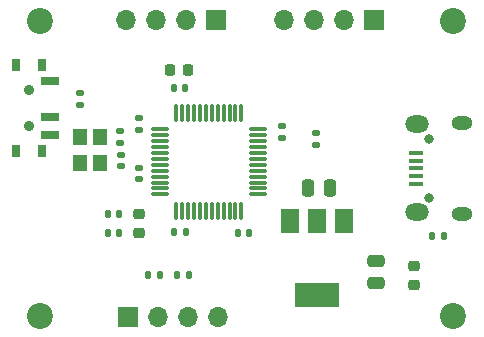
<source format=gbr>
%TF.GenerationSoftware,KiCad,Pcbnew,7.0.7*%
%TF.CreationDate,2025-08-05T19:35:54-07:00*%
%TF.ProjectId,stm32,73746d33-322e-46b6-9963-61645f706362,rev?*%
%TF.SameCoordinates,Original*%
%TF.FileFunction,Soldermask,Top*%
%TF.FilePolarity,Negative*%
%FSLAX46Y46*%
G04 Gerber Fmt 4.6, Leading zero omitted, Abs format (unit mm)*
G04 Created by KiCad (PCBNEW 7.0.7) date 2025-08-05 19:35:54*
%MOMM*%
%LPD*%
G01*
G04 APERTURE LIST*
G04 Aperture macros list*
%AMRoundRect*
0 Rectangle with rounded corners*
0 $1 Rounding radius*
0 $2 $3 $4 $5 $6 $7 $8 $9 X,Y pos of 4 corners*
0 Add a 4 corners polygon primitive as box body*
4,1,4,$2,$3,$4,$5,$6,$7,$8,$9,$2,$3,0*
0 Add four circle primitives for the rounded corners*
1,1,$1+$1,$2,$3*
1,1,$1+$1,$4,$5*
1,1,$1+$1,$6,$7*
1,1,$1+$1,$8,$9*
0 Add four rect primitives between the rounded corners*
20,1,$1+$1,$2,$3,$4,$5,0*
20,1,$1+$1,$4,$5,$6,$7,0*
20,1,$1+$1,$6,$7,$8,$9,0*
20,1,$1+$1,$8,$9,$2,$3,0*%
G04 Aperture macros list end*
%ADD10RoundRect,0.140000X0.170000X-0.140000X0.170000X0.140000X-0.170000X0.140000X-0.170000X-0.140000X0*%
%ADD11R,0.800000X1.000000*%
%ADD12C,0.900000*%
%ADD13R,1.500000X0.700000*%
%ADD14RoundRect,0.218750X-0.256250X0.218750X-0.256250X-0.218750X0.256250X-0.218750X0.256250X0.218750X0*%
%ADD15RoundRect,0.135000X0.185000X-0.135000X0.185000X0.135000X-0.185000X0.135000X-0.185000X-0.135000X0*%
%ADD16R,1.700000X1.700000*%
%ADD17O,1.700000X1.700000*%
%ADD18RoundRect,0.140000X0.140000X0.170000X-0.140000X0.170000X-0.140000X-0.170000X0.140000X-0.170000X0*%
%ADD19RoundRect,0.135000X-0.135000X-0.185000X0.135000X-0.185000X0.135000X0.185000X-0.135000X0.185000X0*%
%ADD20RoundRect,0.250000X0.475000X-0.250000X0.475000X0.250000X-0.475000X0.250000X-0.475000X-0.250000X0*%
%ADD21C,2.200000*%
%ADD22O,0.800000X0.800000*%
%ADD23R,1.300000X0.450000*%
%ADD24O,1.800000X1.150000*%
%ADD25O,2.000000X1.450000*%
%ADD26R,1.200000X1.400000*%
%ADD27RoundRect,0.250000X-0.250000X-0.475000X0.250000X-0.475000X0.250000X0.475000X-0.250000X0.475000X0*%
%ADD28RoundRect,0.135000X-0.185000X0.135000X-0.185000X-0.135000X0.185000X-0.135000X0.185000X0.135000X0*%
%ADD29RoundRect,0.140000X-0.140000X-0.170000X0.140000X-0.170000X0.140000X0.170000X-0.140000X0.170000X0*%
%ADD30R,1.500000X2.000000*%
%ADD31R,3.800000X2.000000*%
%ADD32RoundRect,0.075000X-0.662500X-0.075000X0.662500X-0.075000X0.662500X0.075000X-0.662500X0.075000X0*%
%ADD33RoundRect,0.075000X-0.075000X-0.662500X0.075000X-0.662500X0.075000X0.662500X-0.075000X0.662500X0*%
%ADD34RoundRect,0.225000X-0.225000X-0.250000X0.225000X-0.250000X0.225000X0.250000X-0.225000X0.250000X0*%
%ADD35RoundRect,0.140000X-0.170000X0.140000X-0.170000X-0.140000X0.170000X-0.140000X0.170000X0.140000X0*%
%ADD36RoundRect,0.135000X0.135000X0.185000X-0.135000X0.185000X-0.135000X-0.185000X0.135000X-0.185000X0*%
G04 APERTURE END LIST*
D10*
%TO.C,C6*%
X132849885Y-72252916D03*
X132849885Y-71292916D03*
%TD*%
D11*
%TO.C,SW1*%
X124699000Y-62562828D03*
X122489000Y-62562828D03*
D12*
X123589000Y-64712828D03*
X123589000Y-67712828D03*
D11*
X124699000Y-69862828D03*
X122489000Y-69862828D03*
D13*
X125349000Y-63962828D03*
X125349000Y-66962828D03*
X125349000Y-68462828D03*
%TD*%
D14*
%TO.C,FB1*%
X132877746Y-75199521D03*
X132877746Y-76774521D03*
%TD*%
D15*
%TO.C,R1*%
X127927254Y-65993647D03*
X127927254Y-64973647D03*
%TD*%
D14*
%TO.C,D1*%
X156198816Y-79583644D03*
X156198816Y-81158644D03*
%TD*%
D16*
%TO.C,J2*%
X139392013Y-58783153D03*
D17*
X136852013Y-58783153D03*
X134312013Y-58783153D03*
X131772013Y-58783153D03*
%TD*%
D18*
%TO.C,C7*%
X131177594Y-75199521D03*
X130217594Y-75199521D03*
%TD*%
%TO.C,C3*%
X142185459Y-76787139D03*
X141225459Y-76787139D03*
%TD*%
D19*
%TO.C,R5*%
X136066077Y-80341650D03*
X137086077Y-80341650D03*
%TD*%
D20*
%TO.C,C13*%
X152953255Y-81037210D03*
X152953255Y-79137210D03*
%TD*%
D10*
%TO.C,C11*%
X131342197Y-71132185D03*
X131342197Y-70172185D03*
%TD*%
D16*
%TO.C,J4*%
X131947324Y-83913371D03*
D17*
X134487324Y-83913371D03*
X137027324Y-83913371D03*
X139567324Y-83913371D03*
%TD*%
D21*
%TO.C,H2*%
X159460000Y-58820000D03*
%TD*%
D22*
%TO.C,J1*%
X157449000Y-73820000D03*
X157449000Y-68820000D03*
D23*
X156349000Y-72620000D03*
X156349000Y-71970000D03*
X156349000Y-71320000D03*
X156349000Y-70670000D03*
X156349000Y-70020000D03*
D24*
X160199000Y-75195000D03*
D25*
X156399000Y-75045000D03*
X156399000Y-67595000D03*
D24*
X160199000Y-67445000D03*
%TD*%
D10*
%TO.C,C4*%
X132851103Y-68047977D03*
X132851103Y-67087977D03*
%TD*%
D18*
%TO.C,C8*%
X131228295Y-76821960D03*
X130268295Y-76821960D03*
%TD*%
D26*
%TO.C,Y1*%
X127911267Y-68658724D03*
X127911267Y-70858724D03*
X129611267Y-70858724D03*
X129611267Y-68658724D03*
%TD*%
D19*
%TO.C,R3*%
X157680423Y-77035026D03*
X158700423Y-77035026D03*
%TD*%
D27*
%TO.C,C12*%
X147150527Y-72988634D03*
X149050527Y-72988634D03*
%TD*%
D21*
%TO.C,H4*%
X159460000Y-83820000D03*
%TD*%
D28*
%TO.C,R2*%
X147901653Y-68350863D03*
X147901653Y-69370863D03*
%TD*%
D21*
%TO.C,H1*%
X124460000Y-58820000D03*
%TD*%
D10*
%TO.C,C10*%
X131302302Y-69138724D03*
X131302302Y-68178724D03*
%TD*%
D29*
%TO.C,C1*%
X135811543Y-64516000D03*
X136771543Y-64516000D03*
%TD*%
%TO.C,C9*%
X135875126Y-76682020D03*
X136835126Y-76682020D03*
%TD*%
D16*
%TO.C,J3*%
X152810290Y-58753394D03*
D17*
X150270290Y-58753394D03*
X147730290Y-58753394D03*
X145190290Y-58753394D03*
%TD*%
D30*
%TO.C,U2*%
X150277955Y-75746566D03*
X147977955Y-75746566D03*
D31*
X147977955Y-82046566D03*
D30*
X145677955Y-75746566D03*
%TD*%
D21*
%TO.C,H3*%
X124460000Y-83820000D03*
%TD*%
D32*
%TO.C,U1*%
X134635079Y-68021882D03*
X134635079Y-68521882D03*
X134635079Y-69021882D03*
X134635079Y-69521882D03*
X134635079Y-70021882D03*
X134635079Y-70521882D03*
X134635079Y-71021882D03*
X134635079Y-71521882D03*
X134635079Y-72021882D03*
X134635079Y-72521882D03*
X134635079Y-73021882D03*
X134635079Y-73521882D03*
D33*
X136047579Y-74934382D03*
X136547579Y-74934382D03*
X137047579Y-74934382D03*
X137547579Y-74934382D03*
X138047579Y-74934382D03*
X138547579Y-74934382D03*
X139047579Y-74934382D03*
X139547579Y-74934382D03*
X140047579Y-74934382D03*
X140547579Y-74934382D03*
X141047579Y-74934382D03*
X141547579Y-74934382D03*
D32*
X142960079Y-73521882D03*
X142960079Y-73021882D03*
X142960079Y-72521882D03*
X142960079Y-72021882D03*
X142960079Y-71521882D03*
X142960079Y-71021882D03*
X142960079Y-70521882D03*
X142960079Y-70021882D03*
X142960079Y-69521882D03*
X142960079Y-69021882D03*
X142960079Y-68521882D03*
X142960079Y-68021882D03*
D33*
X141547579Y-66609382D03*
X141047579Y-66609382D03*
X140547579Y-66609382D03*
X140047579Y-66609382D03*
X139547579Y-66609382D03*
X139047579Y-66609382D03*
X138547579Y-66609382D03*
X138047579Y-66609382D03*
X137547579Y-66609382D03*
X137047579Y-66609382D03*
X136547579Y-66609382D03*
X136047579Y-66609382D03*
%TD*%
D34*
%TO.C,C5*%
X135469798Y-62992000D03*
X137019798Y-62992000D03*
%TD*%
D35*
%TO.C,C2*%
X144949262Y-67768144D03*
X144949262Y-68728144D03*
%TD*%
D36*
%TO.C,R4*%
X134658961Y-80353970D03*
X133638961Y-80353970D03*
%TD*%
M02*

</source>
